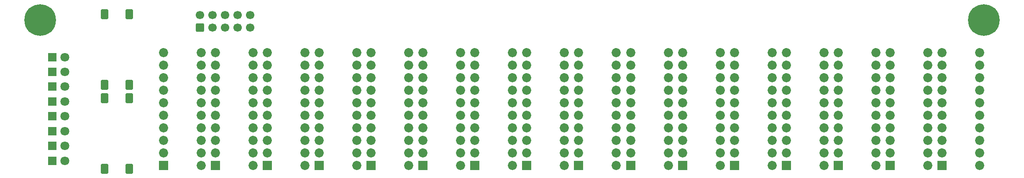
<source format=gbs>
G04 #@! TF.GenerationSoftware,KiCad,Pcbnew,9.0.5*
G04 #@! TF.CreationDate,2025-10-23T02:31:39+02:00*
G04 #@! TF.ProjectId,display-board,64697370-6c61-4792-9d62-6f6172642e6b,1.0a*
G04 #@! TF.SameCoordinates,Original*
G04 #@! TF.FileFunction,Soldermask,Bot*
G04 #@! TF.FilePolarity,Negative*
%FSLAX46Y46*%
G04 Gerber Fmt 4.6, Leading zero omitted, Abs format (unit mm)*
G04 Created by KiCad (PCBNEW 9.0.5) date 2025-10-23 02:31:39*
%MOMM*%
%LPD*%
G01*
G04 APERTURE LIST*
G04 Aperture macros list*
%AMRoundRect*
0 Rectangle with rounded corners*
0 $1 Rounding radius*
0 $2 $3 $4 $5 $6 $7 $8 $9 X,Y pos of 4 corners*
0 Add a 4 corners polygon primitive as box body*
4,1,4,$2,$3,$4,$5,$6,$7,$8,$9,$2,$3,0*
0 Add four circle primitives for the rounded corners*
1,1,$1+$1,$2,$3*
1,1,$1+$1,$4,$5*
1,1,$1+$1,$6,$7*
1,1,$1+$1,$8,$9*
0 Add four rect primitives between the rounded corners*
20,1,$1+$1,$2,$3,$4,$5,0*
20,1,$1+$1,$4,$5,$6,$7,0*
20,1,$1+$1,$6,$7,$8,$9,0*
20,1,$1+$1,$8,$9,$2,$3,0*%
G04 Aperture macros list end*
%ADD10RoundRect,0.250000X-0.500000X0.750000X-0.500000X-0.750000X0.500000X-0.750000X0.500000X0.750000X0*%
%ADD11R,1.800000X1.800000*%
%ADD12C,1.800000*%
%ADD13R,1.850000X1.850000*%
%ADD14C,1.850000*%
%ADD15RoundRect,0.250000X0.600000X-0.600000X0.600000X0.600000X-0.600000X0.600000X-0.600000X-0.600000X0*%
%ADD16C,1.700000*%
%ADD17C,6.400000*%
G04 APERTURE END LIST*
D10*
X50367200Y-62004400D03*
X50367200Y-76304400D03*
X55367200Y-62004400D03*
X55367200Y-76304400D03*
X50367200Y-45004400D03*
X50367200Y-59304400D03*
X55367200Y-45004400D03*
X55367200Y-59304400D03*
D11*
X39827200Y-53654400D03*
D12*
X42367200Y-53654400D03*
D11*
X39827200Y-68654400D03*
D12*
X42367200Y-68654400D03*
D13*
X93867200Y-75654400D03*
D14*
X93867200Y-73114400D03*
X93867200Y-70574400D03*
X93867200Y-68034400D03*
X93867200Y-65494400D03*
X93867200Y-62954400D03*
X93867200Y-60414400D03*
X93867200Y-57874400D03*
X93867200Y-55334400D03*
X93867200Y-52794400D03*
X101487200Y-52794400D03*
X101487200Y-55334400D03*
X101487200Y-57874400D03*
X101487200Y-60414400D03*
X101487200Y-62954400D03*
X101487200Y-65494400D03*
X101487200Y-68034400D03*
X101487200Y-70574400D03*
X101487200Y-73114400D03*
X101487200Y-75654400D03*
D13*
X62367200Y-75654400D03*
D14*
X62367200Y-73114400D03*
X62367200Y-70574400D03*
X62367200Y-68034400D03*
X62367200Y-65494400D03*
X62367200Y-62954400D03*
X62367200Y-60414400D03*
X62367200Y-57874400D03*
X62367200Y-55334400D03*
X62367200Y-52794400D03*
X69987200Y-52794400D03*
X69987200Y-55334400D03*
X69987200Y-57874400D03*
X69987200Y-60414400D03*
X69987200Y-62954400D03*
X69987200Y-65494400D03*
X69987200Y-68034400D03*
X69987200Y-70574400D03*
X69987200Y-73114400D03*
X69987200Y-75654400D03*
D11*
X39827200Y-59654400D03*
D12*
X42367200Y-59654400D03*
D13*
X83367200Y-75654400D03*
D14*
X83367200Y-73114400D03*
X83367200Y-70574400D03*
X83367200Y-68034400D03*
X83367200Y-65494400D03*
X83367200Y-62954400D03*
X83367200Y-60414400D03*
X83367200Y-57874400D03*
X83367200Y-55334400D03*
X83367200Y-52794400D03*
X90987200Y-52794400D03*
X90987200Y-55334400D03*
X90987200Y-57874400D03*
X90987200Y-60414400D03*
X90987200Y-62954400D03*
X90987200Y-65494400D03*
X90987200Y-68034400D03*
X90987200Y-70574400D03*
X90987200Y-73114400D03*
X90987200Y-75654400D03*
D13*
X125367200Y-75654400D03*
D14*
X125367200Y-73114400D03*
X125367200Y-70574400D03*
X125367200Y-68034400D03*
X125367200Y-65494400D03*
X125367200Y-62954400D03*
X125367200Y-60414400D03*
X125367200Y-57874400D03*
X125367200Y-55334400D03*
X125367200Y-52794400D03*
X132987200Y-52794400D03*
X132987200Y-55334400D03*
X132987200Y-57874400D03*
X132987200Y-60414400D03*
X132987200Y-62954400D03*
X132987200Y-65494400D03*
X132987200Y-68034400D03*
X132987200Y-70574400D03*
X132987200Y-73114400D03*
X132987200Y-75654400D03*
D15*
X69707200Y-47654400D03*
D16*
X69707200Y-45114400D03*
X72247200Y-47654400D03*
X72247200Y-45114400D03*
X74787200Y-47654400D03*
X74787200Y-45114400D03*
X77327200Y-47654400D03*
X77327200Y-45114400D03*
X79867200Y-47654400D03*
X79867200Y-45114400D03*
D17*
X228367200Y-46154400D03*
D13*
X188367200Y-75654400D03*
D14*
X188367200Y-73114400D03*
X188367200Y-70574400D03*
X188367200Y-68034400D03*
X188367200Y-65494400D03*
X188367200Y-62954400D03*
X188367200Y-60414400D03*
X188367200Y-57874400D03*
X188367200Y-55334400D03*
X188367200Y-52794400D03*
X195987200Y-52794400D03*
X195987200Y-55334400D03*
X195987200Y-57874400D03*
X195987200Y-60414400D03*
X195987200Y-62954400D03*
X195987200Y-65494400D03*
X195987200Y-68034400D03*
X195987200Y-70574400D03*
X195987200Y-73114400D03*
X195987200Y-75654400D03*
D13*
X198867200Y-75654400D03*
D14*
X198867200Y-73114400D03*
X198867200Y-70574400D03*
X198867200Y-68034400D03*
X198867200Y-65494400D03*
X198867200Y-62954400D03*
X198867200Y-60414400D03*
X198867200Y-57874400D03*
X198867200Y-55334400D03*
X198867200Y-52794400D03*
X206487200Y-52794400D03*
X206487200Y-55334400D03*
X206487200Y-57874400D03*
X206487200Y-60414400D03*
X206487200Y-62954400D03*
X206487200Y-65494400D03*
X206487200Y-68034400D03*
X206487200Y-70574400D03*
X206487200Y-73114400D03*
X206487200Y-75654400D03*
D13*
X72867200Y-75654400D03*
D14*
X72867200Y-73114400D03*
X72867200Y-70574400D03*
X72867200Y-68034400D03*
X72867200Y-65494400D03*
X72867200Y-62954400D03*
X72867200Y-60414400D03*
X72867200Y-57874400D03*
X72867200Y-55334400D03*
X72867200Y-52794400D03*
X80487200Y-52794400D03*
X80487200Y-55334400D03*
X80487200Y-57874400D03*
X80487200Y-60414400D03*
X80487200Y-62954400D03*
X80487200Y-65494400D03*
X80487200Y-68034400D03*
X80487200Y-70574400D03*
X80487200Y-73114400D03*
X80487200Y-75654400D03*
D13*
X209367200Y-75654400D03*
D14*
X209367200Y-73114400D03*
X209367200Y-70574400D03*
X209367200Y-68034400D03*
X209367200Y-65494400D03*
X209367200Y-62954400D03*
X209367200Y-60414400D03*
X209367200Y-57874400D03*
X209367200Y-55334400D03*
X209367200Y-52794400D03*
X216987200Y-52794400D03*
X216987200Y-55334400D03*
X216987200Y-57874400D03*
X216987200Y-60414400D03*
X216987200Y-62954400D03*
X216987200Y-65494400D03*
X216987200Y-68034400D03*
X216987200Y-70574400D03*
X216987200Y-73114400D03*
X216987200Y-75654400D03*
D13*
X167367200Y-75654400D03*
D14*
X167367200Y-73114400D03*
X167367200Y-70574400D03*
X167367200Y-68034400D03*
X167367200Y-65494400D03*
X167367200Y-62954400D03*
X167367200Y-60414400D03*
X167367200Y-57874400D03*
X167367200Y-55334400D03*
X167367200Y-52794400D03*
X174987200Y-52794400D03*
X174987200Y-55334400D03*
X174987200Y-57874400D03*
X174987200Y-60414400D03*
X174987200Y-62954400D03*
X174987200Y-65494400D03*
X174987200Y-68034400D03*
X174987200Y-70574400D03*
X174987200Y-73114400D03*
X174987200Y-75654400D03*
D13*
X114867200Y-75654400D03*
D14*
X114867200Y-73114400D03*
X114867200Y-70574400D03*
X114867200Y-68034400D03*
X114867200Y-65494400D03*
X114867200Y-62954400D03*
X114867200Y-60414400D03*
X114867200Y-57874400D03*
X114867200Y-55334400D03*
X114867200Y-52794400D03*
X122487200Y-52794400D03*
X122487200Y-55334400D03*
X122487200Y-57874400D03*
X122487200Y-60414400D03*
X122487200Y-62954400D03*
X122487200Y-65494400D03*
X122487200Y-68034400D03*
X122487200Y-70574400D03*
X122487200Y-73114400D03*
X122487200Y-75654400D03*
D13*
X135867200Y-75654400D03*
D14*
X135867200Y-73114400D03*
X135867200Y-70574400D03*
X135867200Y-68034400D03*
X135867200Y-65494400D03*
X135867200Y-62954400D03*
X135867200Y-60414400D03*
X135867200Y-57874400D03*
X135867200Y-55334400D03*
X135867200Y-52794400D03*
X143487200Y-52794400D03*
X143487200Y-55334400D03*
X143487200Y-57874400D03*
X143487200Y-60414400D03*
X143487200Y-62954400D03*
X143487200Y-65494400D03*
X143487200Y-68034400D03*
X143487200Y-70574400D03*
X143487200Y-73114400D03*
X143487200Y-75654400D03*
D13*
X219867200Y-75654400D03*
D14*
X219867200Y-73114400D03*
X219867200Y-70574400D03*
X219867200Y-68034400D03*
X219867200Y-65494400D03*
X219867200Y-62954400D03*
X219867200Y-60414400D03*
X219867200Y-57874400D03*
X219867200Y-55334400D03*
X219867200Y-52794400D03*
X227487200Y-52794400D03*
X227487200Y-55334400D03*
X227487200Y-57874400D03*
X227487200Y-60414400D03*
X227487200Y-62954400D03*
X227487200Y-65494400D03*
X227487200Y-68034400D03*
X227487200Y-70574400D03*
X227487200Y-73114400D03*
X227487200Y-75654400D03*
D11*
X39827200Y-65654400D03*
D12*
X42367200Y-65654400D03*
D11*
X39827200Y-62654400D03*
D12*
X42367200Y-62654400D03*
D13*
X156867200Y-75654400D03*
D14*
X156867200Y-73114400D03*
X156867200Y-70574400D03*
X156867200Y-68034400D03*
X156867200Y-65494400D03*
X156867200Y-62954400D03*
X156867200Y-60414400D03*
X156867200Y-57874400D03*
X156867200Y-55334400D03*
X156867200Y-52794400D03*
X164487200Y-52794400D03*
X164487200Y-55334400D03*
X164487200Y-57874400D03*
X164487200Y-60414400D03*
X164487200Y-62954400D03*
X164487200Y-65494400D03*
X164487200Y-68034400D03*
X164487200Y-70574400D03*
X164487200Y-73114400D03*
X164487200Y-75654400D03*
D13*
X104367200Y-75654400D03*
D14*
X104367200Y-73114400D03*
X104367200Y-70574400D03*
X104367200Y-68034400D03*
X104367200Y-65494400D03*
X104367200Y-62954400D03*
X104367200Y-60414400D03*
X104367200Y-57874400D03*
X104367200Y-55334400D03*
X104367200Y-52794400D03*
X111987200Y-52794400D03*
X111987200Y-55334400D03*
X111987200Y-57874400D03*
X111987200Y-60414400D03*
X111987200Y-62954400D03*
X111987200Y-65494400D03*
X111987200Y-68034400D03*
X111987200Y-70574400D03*
X111987200Y-73114400D03*
X111987200Y-75654400D03*
D13*
X146367200Y-75654400D03*
D14*
X146367200Y-73114400D03*
X146367200Y-70574400D03*
X146367200Y-68034400D03*
X146367200Y-65494400D03*
X146367200Y-62954400D03*
X146367200Y-60414400D03*
X146367200Y-57874400D03*
X146367200Y-55334400D03*
X146367200Y-52794400D03*
X153987200Y-52794400D03*
X153987200Y-55334400D03*
X153987200Y-57874400D03*
X153987200Y-60414400D03*
X153987200Y-62954400D03*
X153987200Y-65494400D03*
X153987200Y-68034400D03*
X153987200Y-70574400D03*
X153987200Y-73114400D03*
X153987200Y-75654400D03*
D11*
X39827200Y-71654400D03*
D12*
X42367200Y-71654400D03*
D13*
X177867200Y-75654400D03*
D14*
X177867200Y-73114400D03*
X177867200Y-70574400D03*
X177867200Y-68034400D03*
X177867200Y-65494400D03*
X177867200Y-62954400D03*
X177867200Y-60414400D03*
X177867200Y-57874400D03*
X177867200Y-55334400D03*
X177867200Y-52794400D03*
X185487200Y-52794400D03*
X185487200Y-55334400D03*
X185487200Y-57874400D03*
X185487200Y-60414400D03*
X185487200Y-62954400D03*
X185487200Y-65494400D03*
X185487200Y-68034400D03*
X185487200Y-70574400D03*
X185487200Y-73114400D03*
X185487200Y-75654400D03*
D11*
X39827200Y-56654400D03*
D12*
X42367200Y-56654400D03*
D11*
X39827200Y-74654400D03*
D12*
X42367200Y-74654400D03*
D17*
X37367200Y-46154400D03*
M02*

</source>
